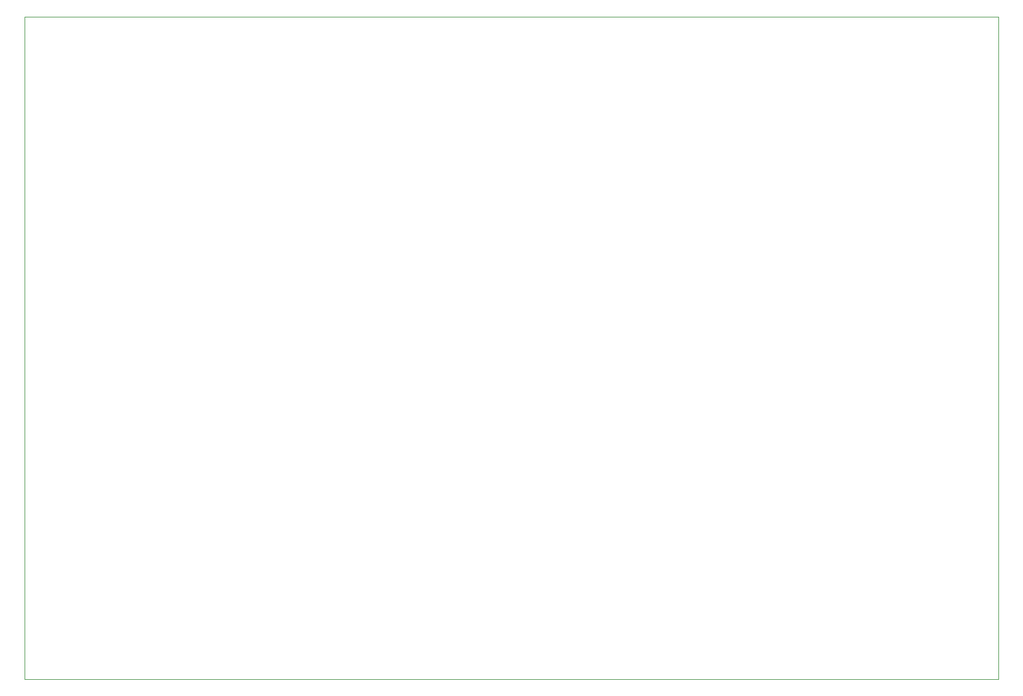
<source format=gbr>
%TF.GenerationSoftware,KiCad,Pcbnew,9.0.5*%
%TF.CreationDate,2025-10-09T15:15:48-05:00*%
%TF.ProjectId,arcade-controller,61726361-6465-42d6-936f-6e74726f6c6c,rev?*%
%TF.SameCoordinates,Original*%
%TF.FileFunction,Profile,NP*%
%FSLAX46Y46*%
G04 Gerber Fmt 4.6, Leading zero omitted, Abs format (unit mm)*
G04 Created by KiCad (PCBNEW 9.0.5) date 2025-10-09 15:15:48*
%MOMM*%
%LPD*%
G01*
G04 APERTURE LIST*
%TA.AperFunction,Profile*%
%ADD10C,0.050000*%
%TD*%
G04 APERTURE END LIST*
D10*
X90000000Y-35000000D02*
X227500000Y-35000000D01*
X227500000Y-128500000D01*
X90000000Y-128500000D01*
X90000000Y-35000000D01*
M02*

</source>
